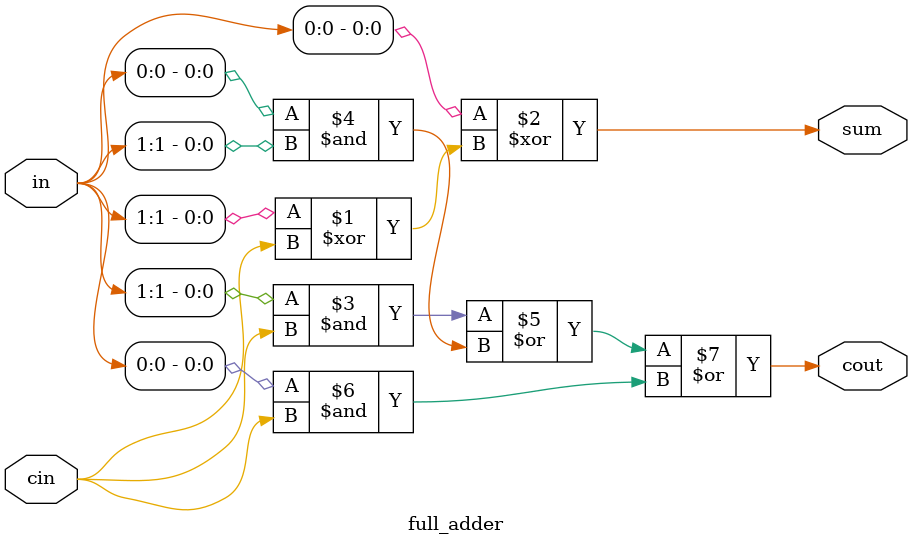
<source format=v>
module full_adder(
    in, cin, sum, cout
);

    input [1:0] in;
    input cin;
    output sum, cout;
    assign sum = in[0] ^ (in[1] ^ cin);
    assign cout = (in[1] & cin) | (in[0] & in[1]) | (in[0] & cin);
    
endmodule

</source>
